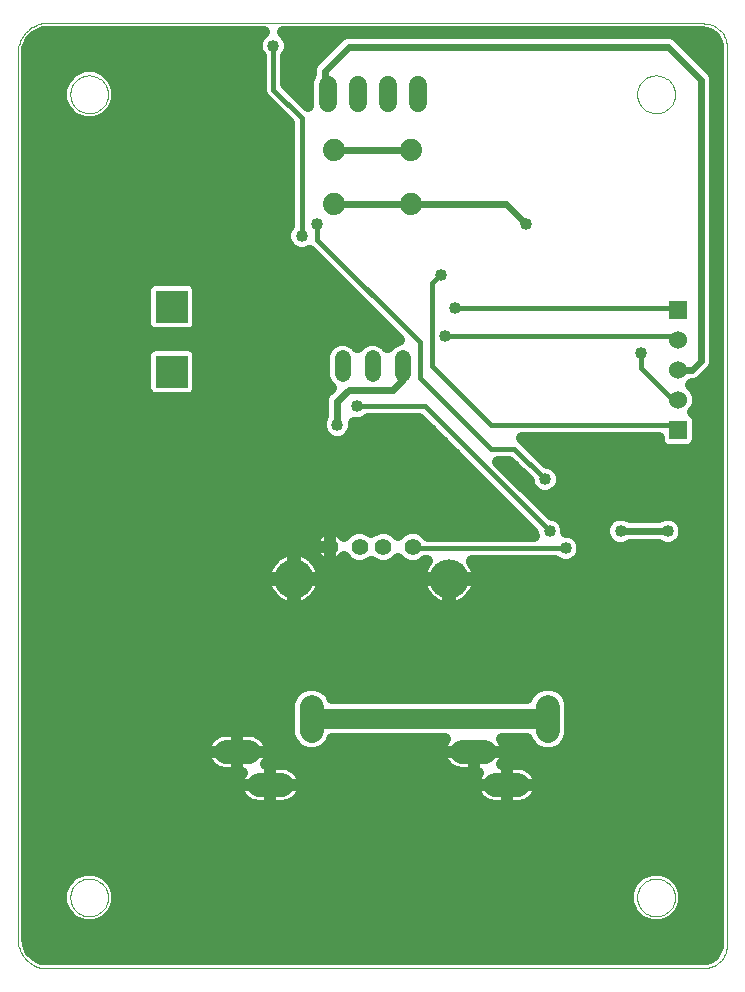
<source format=gbl>
G75*
G70*
%OFA0B0*%
%FSLAX24Y24*%
%IPPOS*%
%LPD*%
%AMOC8*
5,1,8,0,0,1.08239X$1,22.5*
%
%ADD10C,0.0000*%
%ADD11C,0.0787*%
%ADD12C,0.1306*%
%ADD13C,0.0554*%
%ADD14C,0.0520*%
%ADD15R,0.0600X0.0600*%
%ADD16C,0.0600*%
%ADD17R,0.1063X0.1063*%
%ADD18C,0.0740*%
%ADD19C,0.0600*%
%ADD20C,0.0150*%
%ADD21C,0.0400*%
%ADD22C,0.0240*%
%ADD23C,0.0160*%
%ADD24C,0.0660*%
%ADD25C,0.0400*%
D10*
X015719Y008027D02*
X015719Y037160D01*
X015718Y037160D02*
X015708Y037220D01*
X015702Y037280D01*
X015699Y037341D01*
X015700Y037401D01*
X015704Y037462D01*
X015713Y037522D01*
X015724Y037581D01*
X015740Y037640D01*
X015759Y037698D01*
X015781Y037754D01*
X015807Y037809D01*
X015836Y037862D01*
X015868Y037914D01*
X015903Y037963D01*
X015941Y038011D01*
X015982Y038055D01*
X016025Y038098D01*
X016071Y038137D01*
X016119Y038174D01*
X016170Y038208D01*
X016222Y038238D01*
X016276Y038266D01*
X016332Y038290D01*
X016389Y038311D01*
X016447Y038328D01*
X016506Y038342D01*
X038553Y038342D01*
X038553Y038341D02*
X038607Y038339D01*
X038660Y038334D01*
X038713Y038325D01*
X038765Y038312D01*
X038817Y038296D01*
X038867Y038276D01*
X038915Y038253D01*
X038962Y038226D01*
X039007Y038197D01*
X039050Y038164D01*
X039090Y038129D01*
X039128Y038091D01*
X039163Y038051D01*
X039196Y038008D01*
X039225Y037963D01*
X039252Y037916D01*
X039275Y037868D01*
X039295Y037818D01*
X039311Y037766D01*
X039324Y037714D01*
X039333Y037661D01*
X039338Y037608D01*
X039340Y037554D01*
X039341Y037554D02*
X039341Y007633D01*
X039340Y007633D02*
X039338Y007579D01*
X039333Y007526D01*
X039324Y007473D01*
X039311Y007421D01*
X039295Y007369D01*
X039275Y007319D01*
X039252Y007271D01*
X039225Y007224D01*
X039196Y007179D01*
X039163Y007136D01*
X039128Y007096D01*
X039090Y007058D01*
X039050Y007023D01*
X039007Y006990D01*
X038962Y006961D01*
X038915Y006934D01*
X038867Y006911D01*
X038817Y006891D01*
X038765Y006875D01*
X038713Y006862D01*
X038660Y006853D01*
X038607Y006848D01*
X038553Y006846D01*
X016506Y006846D01*
X016506Y006845D02*
X016447Y006859D01*
X016389Y006876D01*
X016332Y006897D01*
X016276Y006921D01*
X016222Y006949D01*
X016170Y006979D01*
X016119Y007013D01*
X016071Y007050D01*
X016025Y007089D01*
X015982Y007132D01*
X015941Y007176D01*
X015903Y007224D01*
X015868Y007273D01*
X015836Y007325D01*
X015807Y007378D01*
X015781Y007433D01*
X015759Y007489D01*
X015740Y007547D01*
X015724Y007606D01*
X015713Y007665D01*
X015704Y007725D01*
X015700Y007786D01*
X015699Y007846D01*
X015702Y007907D01*
X015708Y007967D01*
X015718Y008027D01*
X017451Y009208D02*
X017453Y009258D01*
X017459Y009308D01*
X017469Y009357D01*
X017483Y009405D01*
X017500Y009452D01*
X017521Y009497D01*
X017546Y009541D01*
X017574Y009582D01*
X017606Y009621D01*
X017640Y009658D01*
X017677Y009692D01*
X017717Y009722D01*
X017759Y009749D01*
X017803Y009773D01*
X017849Y009794D01*
X017896Y009810D01*
X017944Y009823D01*
X017994Y009832D01*
X018043Y009837D01*
X018094Y009838D01*
X018144Y009835D01*
X018193Y009828D01*
X018242Y009817D01*
X018290Y009802D01*
X018336Y009784D01*
X018381Y009762D01*
X018424Y009736D01*
X018465Y009707D01*
X018504Y009675D01*
X018540Y009640D01*
X018572Y009602D01*
X018602Y009562D01*
X018629Y009519D01*
X018652Y009475D01*
X018671Y009429D01*
X018687Y009381D01*
X018699Y009332D01*
X018707Y009283D01*
X018711Y009233D01*
X018711Y009183D01*
X018707Y009133D01*
X018699Y009084D01*
X018687Y009035D01*
X018671Y008987D01*
X018652Y008941D01*
X018629Y008897D01*
X018602Y008854D01*
X018572Y008814D01*
X018540Y008776D01*
X018504Y008741D01*
X018465Y008709D01*
X018424Y008680D01*
X018381Y008654D01*
X018336Y008632D01*
X018290Y008614D01*
X018242Y008599D01*
X018193Y008588D01*
X018144Y008581D01*
X018094Y008578D01*
X018043Y008579D01*
X017994Y008584D01*
X017944Y008593D01*
X017896Y008606D01*
X017849Y008622D01*
X017803Y008643D01*
X017759Y008667D01*
X017717Y008694D01*
X017677Y008724D01*
X017640Y008758D01*
X017606Y008795D01*
X017574Y008834D01*
X017546Y008875D01*
X017521Y008919D01*
X017500Y008964D01*
X017483Y009011D01*
X017469Y009059D01*
X017459Y009108D01*
X017453Y009158D01*
X017451Y009208D01*
X036349Y009208D02*
X036351Y009258D01*
X036357Y009308D01*
X036367Y009357D01*
X036381Y009405D01*
X036398Y009452D01*
X036419Y009497D01*
X036444Y009541D01*
X036472Y009582D01*
X036504Y009621D01*
X036538Y009658D01*
X036575Y009692D01*
X036615Y009722D01*
X036657Y009749D01*
X036701Y009773D01*
X036747Y009794D01*
X036794Y009810D01*
X036842Y009823D01*
X036892Y009832D01*
X036941Y009837D01*
X036992Y009838D01*
X037042Y009835D01*
X037091Y009828D01*
X037140Y009817D01*
X037188Y009802D01*
X037234Y009784D01*
X037279Y009762D01*
X037322Y009736D01*
X037363Y009707D01*
X037402Y009675D01*
X037438Y009640D01*
X037470Y009602D01*
X037500Y009562D01*
X037527Y009519D01*
X037550Y009475D01*
X037569Y009429D01*
X037585Y009381D01*
X037597Y009332D01*
X037605Y009283D01*
X037609Y009233D01*
X037609Y009183D01*
X037605Y009133D01*
X037597Y009084D01*
X037585Y009035D01*
X037569Y008987D01*
X037550Y008941D01*
X037527Y008897D01*
X037500Y008854D01*
X037470Y008814D01*
X037438Y008776D01*
X037402Y008741D01*
X037363Y008709D01*
X037322Y008680D01*
X037279Y008654D01*
X037234Y008632D01*
X037188Y008614D01*
X037140Y008599D01*
X037091Y008588D01*
X037042Y008581D01*
X036992Y008578D01*
X036941Y008579D01*
X036892Y008584D01*
X036842Y008593D01*
X036794Y008606D01*
X036747Y008622D01*
X036701Y008643D01*
X036657Y008667D01*
X036615Y008694D01*
X036575Y008724D01*
X036538Y008758D01*
X036504Y008795D01*
X036472Y008834D01*
X036444Y008875D01*
X036419Y008919D01*
X036398Y008964D01*
X036381Y009011D01*
X036367Y009059D01*
X036357Y009108D01*
X036351Y009158D01*
X036349Y009208D01*
X036349Y035979D02*
X036351Y036029D01*
X036357Y036079D01*
X036367Y036128D01*
X036381Y036176D01*
X036398Y036223D01*
X036419Y036268D01*
X036444Y036312D01*
X036472Y036353D01*
X036504Y036392D01*
X036538Y036429D01*
X036575Y036463D01*
X036615Y036493D01*
X036657Y036520D01*
X036701Y036544D01*
X036747Y036565D01*
X036794Y036581D01*
X036842Y036594D01*
X036892Y036603D01*
X036941Y036608D01*
X036992Y036609D01*
X037042Y036606D01*
X037091Y036599D01*
X037140Y036588D01*
X037188Y036573D01*
X037234Y036555D01*
X037279Y036533D01*
X037322Y036507D01*
X037363Y036478D01*
X037402Y036446D01*
X037438Y036411D01*
X037470Y036373D01*
X037500Y036333D01*
X037527Y036290D01*
X037550Y036246D01*
X037569Y036200D01*
X037585Y036152D01*
X037597Y036103D01*
X037605Y036054D01*
X037609Y036004D01*
X037609Y035954D01*
X037605Y035904D01*
X037597Y035855D01*
X037585Y035806D01*
X037569Y035758D01*
X037550Y035712D01*
X037527Y035668D01*
X037500Y035625D01*
X037470Y035585D01*
X037438Y035547D01*
X037402Y035512D01*
X037363Y035480D01*
X037322Y035451D01*
X037279Y035425D01*
X037234Y035403D01*
X037188Y035385D01*
X037140Y035370D01*
X037091Y035359D01*
X037042Y035352D01*
X036992Y035349D01*
X036941Y035350D01*
X036892Y035355D01*
X036842Y035364D01*
X036794Y035377D01*
X036747Y035393D01*
X036701Y035414D01*
X036657Y035438D01*
X036615Y035465D01*
X036575Y035495D01*
X036538Y035529D01*
X036504Y035566D01*
X036472Y035605D01*
X036444Y035646D01*
X036419Y035690D01*
X036398Y035735D01*
X036381Y035782D01*
X036367Y035830D01*
X036357Y035879D01*
X036351Y035929D01*
X036349Y035979D01*
X017451Y035979D02*
X017453Y036029D01*
X017459Y036079D01*
X017469Y036128D01*
X017483Y036176D01*
X017500Y036223D01*
X017521Y036268D01*
X017546Y036312D01*
X017574Y036353D01*
X017606Y036392D01*
X017640Y036429D01*
X017677Y036463D01*
X017717Y036493D01*
X017759Y036520D01*
X017803Y036544D01*
X017849Y036565D01*
X017896Y036581D01*
X017944Y036594D01*
X017994Y036603D01*
X018043Y036608D01*
X018094Y036609D01*
X018144Y036606D01*
X018193Y036599D01*
X018242Y036588D01*
X018290Y036573D01*
X018336Y036555D01*
X018381Y036533D01*
X018424Y036507D01*
X018465Y036478D01*
X018504Y036446D01*
X018540Y036411D01*
X018572Y036373D01*
X018602Y036333D01*
X018629Y036290D01*
X018652Y036246D01*
X018671Y036200D01*
X018687Y036152D01*
X018699Y036103D01*
X018707Y036054D01*
X018711Y036004D01*
X018711Y035954D01*
X018707Y035904D01*
X018699Y035855D01*
X018687Y035806D01*
X018671Y035758D01*
X018652Y035712D01*
X018629Y035668D01*
X018602Y035625D01*
X018572Y035585D01*
X018540Y035547D01*
X018504Y035512D01*
X018465Y035480D01*
X018424Y035451D01*
X018381Y035425D01*
X018336Y035403D01*
X018290Y035385D01*
X018242Y035370D01*
X018193Y035359D01*
X018144Y035352D01*
X018094Y035349D01*
X018043Y035350D01*
X017994Y035355D01*
X017944Y035364D01*
X017896Y035377D01*
X017849Y035393D01*
X017803Y035414D01*
X017759Y035438D01*
X017717Y035465D01*
X017677Y035495D01*
X017640Y035529D01*
X017606Y035566D01*
X017574Y035605D01*
X017546Y035646D01*
X017521Y035690D01*
X017500Y035735D01*
X017483Y035782D01*
X017469Y035830D01*
X017459Y035879D01*
X017453Y035929D01*
X017451Y035979D01*
D11*
X025500Y015558D02*
X025500Y014771D01*
X024516Y012960D02*
X023729Y012960D01*
X023414Y014062D02*
X022626Y014062D01*
X030500Y014062D02*
X031288Y014062D01*
X031603Y012960D02*
X032390Y012960D01*
X033374Y014771D02*
X033374Y015558D01*
D12*
X030077Y019834D03*
X024904Y019834D03*
D13*
X026112Y020901D03*
X027097Y020901D03*
X027884Y020901D03*
X028868Y020901D03*
D14*
X028530Y026664D02*
X028530Y027184D01*
X027530Y027184D02*
X027530Y026664D01*
X026530Y026664D02*
X026530Y027184D01*
D15*
X037715Y028790D03*
X037715Y024790D03*
D16*
X037715Y025790D03*
X037715Y026790D03*
X037715Y027790D03*
D17*
X020837Y026727D03*
X020837Y028893D03*
D18*
X026250Y032333D03*
X026250Y034113D03*
X028810Y034113D03*
X028810Y032333D03*
D19*
X029030Y035679D02*
X029030Y036279D01*
X028030Y036279D02*
X028030Y035679D01*
X027030Y035679D02*
X027030Y036279D01*
X026030Y036279D02*
X026030Y035679D01*
D20*
X036469Y027346D02*
X036469Y026846D01*
X037469Y025846D01*
X037715Y025790D01*
X033969Y020846D02*
X028969Y020846D01*
X028868Y020901D01*
D21*
X027469Y023096D03*
X026349Y024956D03*
X027018Y025586D03*
X029931Y027909D03*
X030286Y028853D03*
X029813Y029956D03*
X032648Y031649D03*
X036469Y027346D03*
X033278Y023145D03*
X033435Y021412D03*
X033969Y020846D03*
X035798Y021412D03*
X037372Y021412D03*
X038042Y014286D03*
X033868Y009601D03*
X025168Y031255D03*
X025679Y031649D03*
X024223Y037594D03*
D22*
X025955Y036767D02*
X025955Y036054D01*
X026030Y035979D01*
X025955Y036767D02*
X026742Y037554D01*
X037372Y037554D01*
X038475Y036452D01*
X038475Y027082D01*
X038183Y026790D01*
X037715Y026790D01*
X037372Y021412D02*
X035798Y021412D01*
X038042Y014286D02*
X038042Y014050D01*
X038160Y013932D01*
X034223Y009601D02*
X033868Y009601D01*
X026349Y024956D02*
X026349Y025743D01*
X026742Y026137D01*
X028199Y026137D01*
X028553Y026491D01*
X028553Y026901D01*
X028530Y026924D01*
X032648Y031649D02*
X031963Y032333D01*
X028810Y032333D01*
X026250Y032333D01*
X026250Y034113D02*
X028810Y034113D01*
D23*
X025679Y031649D02*
X025679Y031137D01*
X029105Y027712D01*
X029105Y026531D01*
X031467Y024168D01*
X032254Y024168D01*
X033278Y023145D01*
X033435Y021412D02*
X029262Y025586D01*
X027018Y025586D01*
X029498Y026924D02*
X031467Y024956D01*
X037549Y024956D01*
X037715Y024790D01*
X037715Y027790D02*
X037597Y027909D01*
X029931Y027909D01*
X030286Y028853D02*
X037652Y028853D01*
X037715Y028790D01*
X029813Y029956D02*
X029774Y029956D01*
X029498Y029680D01*
X029498Y026924D01*
X025168Y031255D02*
X025168Y035192D01*
X024223Y036137D01*
X024223Y037594D01*
D24*
X025500Y015164D02*
X033374Y015164D01*
D25*
X034118Y015214D02*
X039041Y015214D01*
X039041Y014816D02*
X034118Y014816D01*
X034118Y014623D02*
X034118Y015706D01*
X034005Y015979D01*
X033796Y016189D01*
X033522Y016302D01*
X033226Y016302D01*
X032953Y016189D01*
X032744Y015979D01*
X032688Y015844D01*
X026187Y015844D01*
X026131Y015979D01*
X025922Y016189D01*
X025648Y016302D01*
X025352Y016302D01*
X025079Y016189D01*
X024870Y015979D01*
X024757Y015706D01*
X024757Y014623D01*
X024870Y014349D01*
X025079Y014140D01*
X025352Y014027D01*
X025648Y014027D01*
X025922Y014140D01*
X026131Y014349D01*
X026187Y014484D01*
X029950Y014484D01*
X029922Y014448D01*
X029877Y014370D01*
X029842Y014286D01*
X029818Y014198D01*
X029807Y014108D01*
X029807Y014062D01*
X029807Y014017D01*
X029818Y013926D01*
X029842Y013839D01*
X029877Y013755D01*
X029922Y013676D01*
X029978Y013604D01*
X030042Y013539D01*
X030114Y013484D01*
X030193Y013439D01*
X030277Y013404D01*
X030365Y013380D01*
X030455Y013368D01*
X030894Y013368D01*
X031042Y013368D01*
X031025Y013346D01*
X030979Y013267D01*
X030944Y013183D01*
X030921Y013095D01*
X030909Y013005D01*
X030909Y012960D01*
X031996Y012960D01*
X031996Y013653D01*
X031848Y013653D01*
X031866Y013676D01*
X031911Y013755D01*
X031946Y013839D01*
X031969Y013926D01*
X031981Y014017D01*
X031981Y014062D01*
X030894Y014062D01*
X030894Y013368D01*
X030894Y014062D01*
X030894Y014062D01*
X030894Y014062D01*
X031981Y014062D01*
X031981Y014108D01*
X031969Y014198D01*
X031946Y014286D01*
X031911Y014370D01*
X031866Y014448D01*
X031838Y014484D01*
X032688Y014484D01*
X032744Y014349D01*
X032953Y014140D01*
X033226Y014027D01*
X033522Y014027D01*
X033796Y014140D01*
X034005Y014349D01*
X034118Y014623D01*
X034033Y014417D02*
X039041Y014417D01*
X039041Y014019D02*
X031981Y014019D01*
X031996Y013653D02*
X031996Y012960D01*
X031996Y012960D01*
X031996Y012960D01*
X030909Y012960D01*
X030909Y012914D01*
X030921Y012824D01*
X030944Y012736D01*
X030979Y012652D01*
X031025Y012573D01*
X031080Y012501D01*
X031144Y012437D01*
X031216Y012382D01*
X031295Y012336D01*
X031379Y012301D01*
X031467Y012278D01*
X031557Y012266D01*
X031996Y012266D01*
X031996Y012960D01*
X031996Y012960D01*
X033084Y012960D01*
X033084Y013005D01*
X033072Y013095D01*
X033048Y013183D01*
X033014Y013267D01*
X032968Y013346D01*
X032913Y013418D01*
X032848Y013482D01*
X032776Y013538D01*
X032698Y013583D01*
X032613Y013618D01*
X032526Y013642D01*
X032435Y013653D01*
X031996Y013653D01*
X031996Y013620D02*
X031996Y013620D01*
X031996Y013222D02*
X031996Y013222D01*
X031996Y012960D02*
X031996Y012960D01*
X031996Y012266D01*
X032435Y012266D01*
X032526Y012278D01*
X032613Y012301D01*
X032698Y012336D01*
X032776Y012382D01*
X032848Y012437D01*
X032913Y012501D01*
X032968Y012573D01*
X033014Y012652D01*
X033048Y012736D01*
X033072Y012824D01*
X033084Y012914D01*
X033084Y012960D01*
X031996Y012960D01*
X031996Y012823D02*
X031996Y012823D01*
X031996Y012425D02*
X031996Y012425D01*
X032832Y012425D02*
X039041Y012425D01*
X039041Y012823D02*
X033072Y012823D01*
X033032Y013222D02*
X039041Y013222D01*
X039041Y013620D02*
X032606Y013620D01*
X032716Y014417D02*
X031884Y014417D01*
X030894Y014062D02*
X030894Y014062D01*
X029807Y014062D01*
X030894Y014062D01*
X030894Y014019D02*
X030894Y014019D01*
X030894Y013620D02*
X030894Y013620D01*
X030960Y013222D02*
X025158Y013222D01*
X025174Y013183D02*
X025140Y013267D01*
X025094Y013346D01*
X025039Y013418D01*
X024974Y013482D01*
X024902Y013538D01*
X024823Y013583D01*
X024739Y013618D01*
X024652Y013642D01*
X024561Y013653D01*
X024122Y013653D01*
X023974Y013653D01*
X023992Y013676D01*
X024037Y013755D01*
X024072Y013839D01*
X024095Y013926D01*
X024107Y014017D01*
X024107Y014062D01*
X023020Y014062D01*
X023020Y013368D01*
X023168Y013368D01*
X023151Y013346D01*
X023105Y013267D01*
X023070Y013183D01*
X023047Y013095D01*
X023035Y013005D01*
X023035Y012960D01*
X024122Y012960D01*
X024122Y013653D01*
X024122Y012960D01*
X024122Y012960D01*
X024122Y012960D01*
X023035Y012960D01*
X023035Y012914D01*
X023047Y012824D01*
X023070Y012736D01*
X023105Y012652D01*
X023151Y012573D01*
X023206Y012501D01*
X023270Y012437D01*
X023342Y012382D01*
X023421Y012336D01*
X023505Y012301D01*
X023593Y012278D01*
X023683Y012266D01*
X024122Y012266D01*
X024122Y012960D01*
X024122Y012960D01*
X025210Y012960D01*
X025210Y013005D01*
X025198Y013095D01*
X025174Y013183D01*
X025210Y012960D02*
X024122Y012960D01*
X024122Y012960D01*
X024122Y012266D01*
X024561Y012266D01*
X024652Y012278D01*
X024739Y012301D01*
X024823Y012336D01*
X024902Y012382D01*
X024974Y012437D01*
X025039Y012501D01*
X025094Y012573D01*
X025140Y012652D01*
X025174Y012736D01*
X025198Y012824D01*
X025210Y012914D01*
X025210Y012960D01*
X025198Y012823D02*
X030921Y012823D01*
X031161Y012425D02*
X024958Y012425D01*
X024122Y012425D02*
X024122Y012425D01*
X024122Y012823D02*
X024122Y012823D01*
X024122Y013222D02*
X024122Y013222D01*
X024122Y013620D02*
X024122Y013620D01*
X024107Y014019D02*
X029807Y014019D01*
X029904Y014417D02*
X026159Y014417D01*
X024842Y014417D02*
X024010Y014417D01*
X023992Y014448D02*
X023936Y014520D01*
X023872Y014585D01*
X023800Y014640D01*
X023721Y014686D01*
X023637Y014720D01*
X023549Y014744D01*
X023459Y014756D01*
X023020Y014756D01*
X023020Y014062D01*
X023020Y014062D01*
X023020Y014062D01*
X023020Y013368D01*
X022581Y013368D01*
X022491Y013380D01*
X022403Y013404D01*
X022319Y013439D01*
X022240Y013484D01*
X022168Y013539D01*
X022104Y013604D01*
X022048Y013676D01*
X022003Y013755D01*
X021968Y013839D01*
X021944Y013926D01*
X021933Y014017D01*
X021933Y014062D01*
X023020Y014062D01*
X024107Y014062D01*
X024107Y014108D01*
X024095Y014198D01*
X024072Y014286D01*
X024037Y014370D01*
X023992Y014448D01*
X024757Y014816D02*
X016019Y014816D01*
X016019Y015214D02*
X024757Y015214D01*
X024757Y015613D02*
X016019Y015613D01*
X016019Y016011D02*
X024901Y016011D01*
X026099Y016011D02*
X032775Y016011D01*
X033973Y016011D02*
X039041Y016011D01*
X039041Y015613D02*
X034118Y015613D01*
X030713Y019122D02*
X030789Y019198D01*
X030855Y019282D01*
X030912Y019372D01*
X030959Y019469D01*
X030994Y019570D01*
X031018Y019674D01*
X031030Y019780D01*
X031030Y019807D01*
X030103Y019807D01*
X030103Y018881D01*
X030131Y018881D01*
X030237Y018893D01*
X030341Y018917D01*
X030442Y018952D01*
X030539Y018999D01*
X030629Y019055D01*
X030713Y019122D01*
X030790Y019199D02*
X039041Y019199D01*
X039041Y018801D02*
X016019Y018801D01*
X016019Y019199D02*
X024191Y019199D01*
X024192Y019198D02*
X024268Y019122D01*
X024352Y019055D01*
X024442Y018999D01*
X024539Y018952D01*
X024640Y018917D01*
X024744Y018893D01*
X024850Y018881D01*
X024877Y018881D01*
X024877Y019807D01*
X023951Y019807D01*
X023951Y019780D01*
X023963Y019674D01*
X023987Y019570D01*
X024022Y019469D01*
X024069Y019372D01*
X024126Y019282D01*
X024192Y019198D01*
X023980Y019598D02*
X016019Y019598D01*
X016019Y019996D02*
X023964Y019996D01*
X023963Y019994D02*
X023951Y019887D01*
X023951Y019860D01*
X024877Y019860D01*
X024877Y019807D01*
X024930Y019807D01*
X024930Y018881D01*
X024957Y018881D01*
X025064Y018893D01*
X025168Y018917D01*
X025269Y018952D01*
X025365Y018999D01*
X025456Y019055D01*
X025540Y019122D01*
X025615Y019198D01*
X025682Y019282D01*
X025739Y019372D01*
X025785Y019469D01*
X025821Y019570D01*
X025845Y019674D01*
X025857Y019780D01*
X025857Y019807D01*
X024930Y019807D01*
X024930Y019860D01*
X024877Y019860D01*
X024877Y020786D01*
X024850Y020786D01*
X024744Y020775D01*
X024640Y020751D01*
X024539Y020715D01*
X024442Y020669D01*
X024352Y020612D01*
X024268Y020545D01*
X024192Y020470D01*
X024126Y020386D01*
X024069Y020295D01*
X024022Y020199D01*
X023987Y020098D01*
X023963Y019994D01*
X024132Y020395D02*
X016019Y020395D01*
X016019Y020793D02*
X025545Y020793D01*
X025550Y020766D02*
X025578Y020679D01*
X025619Y020598D01*
X025672Y020525D01*
X025736Y020460D01*
X025810Y020407D01*
X025891Y020366D01*
X025977Y020338D01*
X026067Y020323D01*
X026112Y020323D01*
X026112Y020901D01*
X026112Y020901D01*
X025535Y020901D01*
X025535Y020946D01*
X025550Y021036D01*
X025578Y021122D01*
X025619Y021203D01*
X025672Y021277D01*
X025736Y021341D01*
X025810Y021394D01*
X025891Y021436D01*
X025977Y021464D01*
X026067Y021478D01*
X026112Y021478D01*
X026112Y020901D01*
X026112Y020901D01*
X025535Y020901D01*
X025535Y020855D01*
X025550Y020766D01*
X025456Y020612D02*
X025365Y020669D01*
X025269Y020715D01*
X025168Y020751D01*
X025064Y020775D01*
X024957Y020786D01*
X024930Y020786D01*
X024930Y019860D01*
X025857Y019860D01*
X025857Y019887D01*
X025845Y019994D01*
X025821Y020098D01*
X025785Y020199D01*
X025739Y020295D01*
X025682Y020386D01*
X025615Y020470D01*
X025540Y020545D01*
X025456Y020612D01*
X025675Y020395D02*
X025834Y020395D01*
X026112Y020395D02*
X026112Y020395D01*
X026112Y020323D02*
X026158Y020323D01*
X026248Y020338D01*
X026334Y020366D01*
X026415Y020407D01*
X026488Y020460D01*
X026553Y020525D01*
X026567Y020544D01*
X026741Y020369D01*
X026972Y020273D01*
X027221Y020273D01*
X027452Y020369D01*
X027490Y020407D01*
X027529Y020369D01*
X027759Y020273D01*
X028009Y020273D01*
X028239Y020369D01*
X028376Y020506D01*
X028513Y020369D01*
X028744Y020273D01*
X028993Y020273D01*
X029224Y020369D01*
X029275Y020421D01*
X029326Y020421D01*
X029299Y020386D01*
X029242Y020295D01*
X029195Y020199D01*
X029160Y020098D01*
X029136Y019994D01*
X029124Y019887D01*
X029124Y019860D01*
X030051Y019860D01*
X030051Y019807D01*
X030103Y019807D01*
X030103Y019860D01*
X031030Y019860D01*
X031030Y019887D01*
X031018Y019994D01*
X030994Y020098D01*
X030959Y020199D01*
X030912Y020295D01*
X030855Y020386D01*
X030828Y020421D01*
X033616Y020421D01*
X033657Y020379D01*
X033859Y020296D01*
X034078Y020296D01*
X034280Y020379D01*
X034435Y020534D01*
X034519Y020736D01*
X034519Y020955D01*
X034435Y021157D01*
X034280Y021312D01*
X034078Y021396D01*
X033985Y021396D01*
X033985Y021522D01*
X033902Y021724D01*
X033747Y021879D01*
X033545Y021962D01*
X033493Y021962D01*
X031718Y023738D01*
X032076Y023738D01*
X032728Y023087D01*
X032728Y023035D01*
X032812Y022833D01*
X032966Y022678D01*
X033168Y022595D01*
X033387Y022595D01*
X033589Y022678D01*
X033744Y022833D01*
X033828Y023035D01*
X033828Y023254D01*
X033744Y023456D01*
X033589Y023611D01*
X033387Y023695D01*
X033336Y023695D01*
X032505Y024526D01*
X037065Y024526D01*
X037065Y024421D01*
X037118Y024292D01*
X037217Y024194D01*
X037345Y024140D01*
X038084Y024140D01*
X038213Y024194D01*
X038312Y024292D01*
X038365Y024421D01*
X038365Y025160D01*
X038312Y025289D01*
X038222Y025378D01*
X038266Y025422D01*
X038365Y025661D01*
X038365Y025920D01*
X038266Y026159D01*
X038134Y026290D01*
X038164Y026320D01*
X038277Y026320D01*
X038450Y026392D01*
X038741Y026683D01*
X038873Y026816D01*
X038945Y026988D01*
X038945Y036545D01*
X038873Y036718D01*
X038741Y036850D01*
X038741Y036850D01*
X037771Y037820D01*
X037771Y037820D01*
X037639Y037953D01*
X037466Y038024D01*
X026649Y038024D01*
X026476Y037953D01*
X025689Y037165D01*
X025557Y037033D01*
X025485Y036860D01*
X025485Y036654D01*
X025479Y036648D01*
X025380Y036409D01*
X025380Y035588D01*
X024653Y036315D01*
X024653Y037246D01*
X024689Y037282D01*
X024773Y037484D01*
X024773Y037703D01*
X024689Y037905D01*
X024552Y038042D01*
X038553Y038042D01*
X038630Y038036D01*
X038775Y037988D01*
X038898Y037899D01*
X038988Y037775D01*
X039035Y037630D01*
X039041Y037554D01*
X039041Y007633D01*
X039035Y007557D01*
X038988Y007412D01*
X038898Y007288D01*
X038775Y007199D01*
X038630Y007152D01*
X038553Y007146D01*
X016544Y007146D01*
X016459Y007170D01*
X016267Y007278D01*
X016117Y007439D01*
X016025Y007639D01*
X016000Y007858D01*
X016010Y007947D01*
X016019Y007967D01*
X016019Y007997D01*
X016025Y008026D01*
X016019Y008056D01*
X016019Y037131D01*
X016025Y037161D01*
X016019Y037190D01*
X016019Y037220D01*
X016010Y037240D01*
X016000Y037329D01*
X016025Y037548D01*
X016117Y037748D01*
X016267Y037910D01*
X016459Y038017D01*
X016544Y038042D01*
X023893Y038042D01*
X023756Y037905D01*
X023673Y037703D01*
X023673Y037484D01*
X023756Y037282D01*
X023793Y037246D01*
X023793Y036051D01*
X023858Y035893D01*
X024738Y035014D01*
X024738Y031603D01*
X024701Y031567D01*
X024618Y031364D01*
X024618Y031146D01*
X024701Y030943D01*
X024856Y030789D01*
X025058Y030705D01*
X025277Y030705D01*
X025437Y030771D01*
X028414Y027794D01*
X028408Y027794D01*
X028184Y027701D01*
X028030Y027547D01*
X027875Y027701D01*
X027651Y027794D01*
X027408Y027794D01*
X027184Y027701D01*
X027030Y027547D01*
X026875Y027701D01*
X026651Y027794D01*
X026408Y027794D01*
X026184Y027701D01*
X026013Y027530D01*
X025920Y027306D01*
X025920Y026543D01*
X026013Y026319D01*
X026136Y026195D01*
X025950Y026009D01*
X025879Y025837D01*
X025879Y025258D01*
X025799Y025065D01*
X025799Y024846D01*
X025882Y024644D01*
X026037Y024490D01*
X026239Y024406D01*
X026458Y024406D01*
X026660Y024490D01*
X026815Y024644D01*
X026899Y024846D01*
X026899Y025040D01*
X026909Y025036D01*
X027127Y025036D01*
X027330Y025119D01*
X027366Y025156D01*
X029084Y025156D01*
X032885Y021354D01*
X032885Y021303D01*
X032899Y021271D01*
X029385Y021271D01*
X029224Y021432D01*
X028993Y021528D01*
X028744Y021528D01*
X028513Y021432D01*
X028376Y021295D01*
X028239Y021432D01*
X028009Y021528D01*
X027759Y021528D01*
X027529Y021432D01*
X027490Y021394D01*
X027452Y021432D01*
X027221Y021528D01*
X026972Y021528D01*
X026741Y021432D01*
X026567Y021258D01*
X026553Y021277D01*
X026488Y021341D01*
X026415Y021394D01*
X026334Y021436D01*
X026248Y021464D01*
X026158Y021478D01*
X026112Y021478D01*
X026112Y020901D01*
X026112Y020901D01*
X026112Y020323D01*
X026390Y020395D02*
X026716Y020395D01*
X027478Y020395D02*
X027503Y020395D01*
X028265Y020395D02*
X028488Y020395D01*
X029249Y020395D02*
X029306Y020395D01*
X029137Y019996D02*
X025844Y019996D01*
X025827Y019598D02*
X029154Y019598D01*
X029160Y019570D02*
X029136Y019674D01*
X029124Y019780D01*
X029124Y019807D01*
X030051Y019807D01*
X030051Y018881D01*
X030024Y018881D01*
X029917Y018893D01*
X029813Y018917D01*
X029712Y018952D01*
X029615Y018999D01*
X029525Y019055D01*
X029441Y019122D01*
X029365Y019198D01*
X029299Y019282D01*
X029242Y019372D01*
X029195Y019469D01*
X029160Y019570D01*
X029365Y019199D02*
X025616Y019199D01*
X024930Y019199D02*
X024877Y019199D01*
X024877Y019598D02*
X024930Y019598D01*
X024930Y019996D02*
X024877Y019996D01*
X024877Y020395D02*
X024930Y020395D01*
X025613Y021192D02*
X016019Y021192D01*
X016019Y021590D02*
X032650Y021590D01*
X032251Y021989D02*
X016019Y021989D01*
X016019Y022387D02*
X031853Y022387D01*
X031454Y022786D02*
X016019Y022786D01*
X016019Y023184D02*
X031056Y023184D01*
X030657Y023583D02*
X016019Y023583D01*
X016019Y023981D02*
X030259Y023981D01*
X029860Y024380D02*
X016019Y024380D01*
X016019Y024778D02*
X025827Y024778D01*
X025845Y025177D02*
X016019Y025177D01*
X016019Y025575D02*
X025879Y025575D01*
X025935Y025974D02*
X021641Y025974D01*
X021665Y025998D02*
X021718Y026126D01*
X021718Y027329D01*
X021665Y027457D01*
X021567Y027556D01*
X021438Y027609D01*
X020236Y027609D01*
X020107Y027556D01*
X020009Y027457D01*
X019955Y027329D01*
X019955Y026126D01*
X020009Y025998D01*
X020107Y025899D01*
X020236Y025846D01*
X021438Y025846D01*
X021567Y025899D01*
X021665Y025998D01*
X021718Y026372D02*
X025991Y026372D01*
X025920Y026771D02*
X021718Y026771D01*
X021718Y027169D02*
X025920Y027169D01*
X026050Y027568D02*
X021538Y027568D01*
X021438Y028011D02*
X021567Y028065D01*
X021665Y028163D01*
X021718Y028292D01*
X021718Y029494D01*
X021665Y029623D01*
X021567Y029721D01*
X021438Y029774D01*
X020236Y029774D01*
X020107Y029721D01*
X020009Y029623D01*
X019955Y029494D01*
X019955Y028292D01*
X020009Y028163D01*
X020107Y028065D01*
X020236Y028011D01*
X021438Y028011D01*
X021718Y028365D02*
X027844Y028365D01*
X027445Y028763D02*
X021718Y028763D01*
X021718Y029162D02*
X027047Y029162D01*
X026648Y029560D02*
X021691Y029560D01*
X019983Y029560D02*
X016019Y029560D01*
X016019Y029162D02*
X019955Y029162D01*
X019955Y028763D02*
X016019Y028763D01*
X016019Y028365D02*
X019955Y028365D01*
X020136Y027568D02*
X016019Y027568D01*
X016019Y027966D02*
X028242Y027966D01*
X028050Y027568D02*
X028009Y027568D01*
X027050Y027568D02*
X027009Y027568D01*
X026250Y029959D02*
X016019Y029959D01*
X016019Y030357D02*
X025851Y030357D01*
X025453Y030756D02*
X025399Y030756D01*
X024936Y030756D02*
X016019Y030756D01*
X016019Y031154D02*
X024618Y031154D01*
X024696Y031553D02*
X016019Y031553D01*
X016019Y031951D02*
X024738Y031951D01*
X024738Y032350D02*
X016019Y032350D01*
X016019Y032748D02*
X024738Y032748D01*
X024738Y033147D02*
X016019Y033147D01*
X016019Y033545D02*
X024738Y033545D01*
X024738Y033944D02*
X016019Y033944D01*
X016019Y034342D02*
X024738Y034342D01*
X024738Y034741D02*
X016019Y034741D01*
X016019Y035139D02*
X017680Y035139D01*
X017554Y035191D02*
X017896Y035049D01*
X018266Y035049D01*
X018608Y035191D01*
X018869Y035453D01*
X019011Y035794D01*
X019011Y036164D01*
X018869Y036506D01*
X018608Y036768D01*
X018266Y036909D01*
X017896Y036909D01*
X017554Y036768D01*
X017293Y036506D01*
X017151Y036164D01*
X017151Y035794D01*
X017293Y035453D01*
X017554Y035191D01*
X017257Y035538D02*
X016019Y035538D01*
X016019Y035936D02*
X017151Y035936D01*
X017222Y036335D02*
X016019Y036335D01*
X016019Y036733D02*
X017520Y036733D01*
X018642Y036733D02*
X023793Y036733D01*
X023793Y036335D02*
X018940Y036335D01*
X019011Y035936D02*
X023840Y035936D01*
X024214Y035538D02*
X018904Y035538D01*
X018482Y035139D02*
X024612Y035139D01*
X025032Y035936D02*
X025380Y035936D01*
X025380Y036335D02*
X024653Y036335D01*
X024653Y036733D02*
X025485Y036733D01*
X025655Y037132D02*
X024653Y037132D01*
X024773Y037530D02*
X026054Y037530D01*
X025689Y037165D02*
X025689Y037165D01*
X026452Y037929D02*
X024666Y037929D01*
X023780Y037929D02*
X016301Y037929D01*
X016023Y037530D02*
X023673Y037530D01*
X023793Y037132D02*
X016019Y037132D01*
X016019Y027169D02*
X019955Y027169D01*
X019955Y026771D02*
X016019Y026771D01*
X016019Y026372D02*
X019955Y026372D01*
X020033Y025974D02*
X016019Y025974D01*
X016019Y018402D02*
X039041Y018402D01*
X039041Y018004D02*
X016019Y018004D01*
X016019Y017605D02*
X039041Y017605D01*
X039041Y017207D02*
X016019Y017207D01*
X016019Y016808D02*
X039041Y016808D01*
X039041Y016410D02*
X016019Y016410D01*
X016019Y014417D02*
X022030Y014417D01*
X022048Y014448D02*
X022003Y014370D01*
X021968Y014286D01*
X021944Y014198D01*
X021933Y014108D01*
X021933Y014062D01*
X023020Y014062D01*
X023020Y014062D01*
X023020Y014062D01*
X023020Y014756D01*
X022581Y014756D01*
X022491Y014744D01*
X022403Y014720D01*
X022319Y014686D01*
X022240Y014640D01*
X022168Y014585D01*
X022104Y014520D01*
X022048Y014448D01*
X021933Y014019D02*
X016019Y014019D01*
X016019Y013620D02*
X022091Y013620D01*
X023020Y013620D02*
X023020Y013620D01*
X023020Y014019D02*
X023020Y014019D01*
X023020Y014417D02*
X023020Y014417D01*
X023086Y013222D02*
X016019Y013222D01*
X016019Y012823D02*
X023047Y012823D01*
X023287Y012425D02*
X016019Y012425D01*
X016019Y012026D02*
X039041Y012026D01*
X039041Y011628D02*
X016019Y011628D01*
X016019Y011229D02*
X039041Y011229D01*
X039041Y010831D02*
X016019Y010831D01*
X016019Y010432D02*
X039041Y010432D01*
X039041Y010034D02*
X037415Y010034D01*
X037505Y009996D02*
X037164Y010138D01*
X036794Y010138D01*
X036452Y009996D01*
X036190Y009735D01*
X036049Y009393D01*
X036049Y009023D01*
X036190Y008681D01*
X036452Y008419D01*
X036794Y008278D01*
X037164Y008278D01*
X037505Y008419D01*
X037767Y008681D01*
X037909Y009023D01*
X037909Y009393D01*
X037767Y009735D01*
X037505Y009996D01*
X037808Y009635D02*
X039041Y009635D01*
X039041Y009237D02*
X037909Y009237D01*
X037832Y008838D02*
X039041Y008838D01*
X039041Y008440D02*
X037526Y008440D01*
X036432Y008440D02*
X018628Y008440D01*
X018608Y008419D02*
X018869Y008681D01*
X019011Y009023D01*
X019011Y009393D01*
X018869Y009735D01*
X018608Y009996D01*
X018266Y010138D01*
X017896Y010138D01*
X017554Y009996D01*
X017293Y009735D01*
X017151Y009393D01*
X017151Y009023D01*
X017293Y008681D01*
X017554Y008419D01*
X017896Y008278D01*
X018266Y008278D01*
X018608Y008419D01*
X018934Y008838D02*
X036125Y008838D01*
X036049Y009237D02*
X019011Y009237D01*
X018911Y009635D02*
X036149Y009635D01*
X036542Y010034D02*
X018517Y010034D01*
X017645Y010034D02*
X016019Y010034D01*
X016019Y009635D02*
X017251Y009635D01*
X017151Y009237D02*
X016019Y009237D01*
X016019Y008838D02*
X017228Y008838D01*
X017534Y008440D02*
X016019Y008440D01*
X016022Y008041D02*
X039041Y008041D01*
X039041Y007643D02*
X016025Y007643D01*
X016327Y007244D02*
X038837Y007244D01*
X029965Y013620D02*
X024732Y013620D01*
X030051Y019199D02*
X030103Y019199D01*
X030103Y019598D02*
X030051Y019598D01*
X031000Y019598D02*
X039041Y019598D01*
X039041Y019996D02*
X031017Y019996D01*
X030848Y020395D02*
X033642Y020395D01*
X034296Y020395D02*
X039041Y020395D01*
X039041Y020793D02*
X034519Y020793D01*
X034401Y021192D02*
X035294Y021192D01*
X035331Y021101D02*
X035486Y020946D01*
X035688Y020862D01*
X035907Y020862D01*
X036100Y020942D01*
X037070Y020942D01*
X037263Y020862D01*
X037482Y020862D01*
X037684Y020946D01*
X037839Y021101D01*
X037922Y021303D01*
X037922Y021522D01*
X037839Y021724D01*
X037684Y021879D01*
X037482Y021962D01*
X037263Y021962D01*
X037070Y021882D01*
X036100Y021882D01*
X035907Y021962D01*
X035688Y021962D01*
X035486Y021879D01*
X035331Y021724D01*
X035248Y021522D01*
X035248Y021303D01*
X035331Y021101D01*
X035276Y021590D02*
X033957Y021590D01*
X033467Y021989D02*
X039041Y021989D01*
X039041Y022387D02*
X033069Y022387D01*
X032859Y022786D02*
X032670Y022786D01*
X032630Y023184D02*
X032272Y023184D01*
X032232Y023583D02*
X031873Y023583D01*
X032651Y024380D02*
X037082Y024380D01*
X038348Y024380D02*
X039041Y024380D01*
X039041Y024778D02*
X038365Y024778D01*
X038358Y025177D02*
X039041Y025177D01*
X039041Y025575D02*
X038329Y025575D01*
X038343Y025974D02*
X039041Y025974D01*
X039041Y026372D02*
X038401Y026372D01*
X038828Y026771D02*
X039041Y026771D01*
X039041Y027169D02*
X038945Y027169D01*
X038945Y027568D02*
X039041Y027568D01*
X039041Y027966D02*
X038945Y027966D01*
X038945Y028365D02*
X039041Y028365D01*
X039041Y028763D02*
X038945Y028763D01*
X038945Y029162D02*
X039041Y029162D01*
X039041Y029560D02*
X038945Y029560D01*
X038945Y029959D02*
X039041Y029959D01*
X039041Y030357D02*
X038945Y030357D01*
X038945Y030756D02*
X039041Y030756D01*
X039041Y031154D02*
X038945Y031154D01*
X038945Y031553D02*
X039041Y031553D01*
X039041Y031951D02*
X038945Y031951D01*
X038945Y032350D02*
X039041Y032350D01*
X039041Y032748D02*
X038945Y032748D01*
X038945Y033147D02*
X039041Y033147D01*
X039041Y033545D02*
X038945Y033545D01*
X038945Y033944D02*
X039041Y033944D01*
X039041Y034342D02*
X038945Y034342D01*
X038945Y034741D02*
X039041Y034741D01*
X039041Y035139D02*
X038945Y035139D01*
X038945Y035538D02*
X039041Y035538D01*
X039041Y035936D02*
X038945Y035936D01*
X038945Y036335D02*
X039041Y036335D01*
X039041Y036733D02*
X038858Y036733D01*
X039041Y037132D02*
X038460Y037132D01*
X038061Y037530D02*
X039041Y037530D01*
X038857Y037929D02*
X037663Y037929D01*
X029462Y024778D02*
X026870Y024778D01*
X026112Y021192D02*
X026112Y021192D01*
X026112Y020793D02*
X026112Y020793D01*
X033050Y023981D02*
X039041Y023981D01*
X039041Y023583D02*
X033618Y023583D01*
X033828Y023184D02*
X039041Y023184D01*
X039041Y022786D02*
X033696Y022786D01*
X037894Y021590D02*
X039041Y021590D01*
X039041Y021192D02*
X037876Y021192D01*
M02*

</source>
